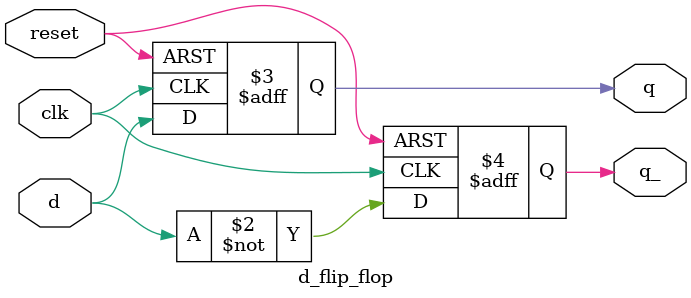
<source format=v>
`timescale 1ns/1ps  // time delays in the simulation in nanosecs, and the precision is in picosecs.
module d_flip_flop (
    input wire d,      // Data input
    input wire clk,    // Clock input
    input wire reset,  // Reset input
    output reg q, q_   // Outputs
);

always @(posedge clk or posedge reset) begin
    if (reset) begin  // if reset is true
        q <= 1'b0;     // Reset the output to 0
        q_ <= 1'b1;    // Reset the output to 1 (or any desired value)
    end else begin
        q <= d;        // On clock edge, set output to data input
        q_ <= ~d;      // Set q_ to the inverse of d (or any desired logic)
    end
end

endmodule
</source>
